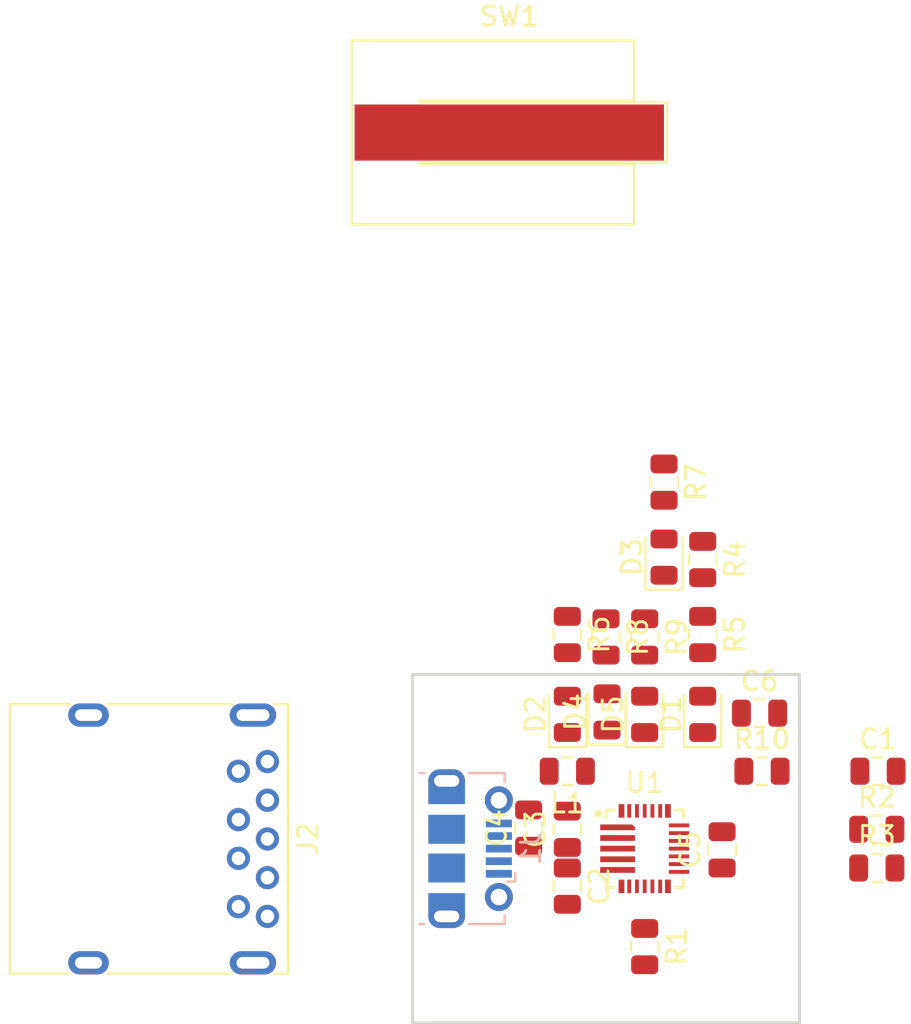
<source format=kicad_pcb>
(kicad_pcb (version 20171130) (host pcbnew "(5.0.1)-4")

  (general
    (thickness 1.6)
    (drawings 4)
    (tracks 0)
    (zones 0)
    (modules 26)
    (nets 31)
  )

  (page A4)
  (layers
    (0 F.Cu signal)
    (31 B.Cu signal)
    (32 B.Adhes user hide)
    (33 F.Adhes user hide)
    (34 B.Paste user hide)
    (35 F.Paste user hide)
    (36 B.SilkS user)
    (37 F.SilkS user)
    (38 B.Mask user hide)
    (39 F.Mask user hide)
    (40 Dwgs.User user hide)
    (41 Cmts.User user hide)
    (42 Eco1.User user hide)
    (43 Eco2.User user hide)
    (44 Edge.Cuts user)
    (45 Margin user hide)
    (46 B.CrtYd user hide)
    (47 F.CrtYd user hide)
    (48 B.Fab user hide)
    (49 F.Fab user hide)
  )

  (setup
    (last_trace_width 0.25)
    (trace_clearance 0.2)
    (zone_clearance 0.508)
    (zone_45_only no)
    (trace_min 0.2)
    (segment_width 0.2)
    (edge_width 0.15)
    (via_size 0.8)
    (via_drill 0.4)
    (via_min_size 0.4)
    (via_min_drill 0.3)
    (uvia_size 0.3)
    (uvia_drill 0.1)
    (uvias_allowed no)
    (uvia_min_size 0.2)
    (uvia_min_drill 0.1)
    (pcb_text_width 0.3)
    (pcb_text_size 1.5 1.5)
    (mod_edge_width 0.15)
    (mod_text_size 1 1)
    (mod_text_width 0.15)
    (pad_size 1.524 1.524)
    (pad_drill 0.762)
    (pad_to_mask_clearance 0.051)
    (solder_mask_min_width 0.25)
    (aux_axis_origin 0 0)
    (visible_elements FFFFFF7F)
    (pcbplotparams
      (layerselection 0x010fc_ffffffff)
      (usegerberextensions false)
      (usegerberattributes false)
      (usegerberadvancedattributes false)
      (creategerberjobfile false)
      (excludeedgelayer true)
      (linewidth 0.100000)
      (plotframeref false)
      (viasonmask false)
      (mode 1)
      (useauxorigin false)
      (hpglpennumber 1)
      (hpglpenspeed 20)
      (hpglpendiameter 15.000000)
      (psnegative false)
      (psa4output false)
      (plotreference true)
      (plotvalue true)
      (plotinvisibletext false)
      (padsonsilk false)
      (subtractmaskfromsilk false)
      (outputformat 1)
      (mirror false)
      (drillshape 1)
      (scaleselection 1)
      (outputdirectory ""))
  )

  (net 0 "")
  (net 1 VCC)
  (net 2 GNDA)
  (net 3 "Net-(C2-Pad1)")
  (net 4 "Net-(C3-Pad1)")
  (net 5 "Net-(C5-Pad1)")
  (net 6 /VBATT)
  (net 7 "Net-(D1-Pad2)")
  (net 8 "Net-(D1-Pad1)")
  (net 9 "Net-(D2-Pad1)")
  (net 10 "Net-(D2-Pad2)")
  (net 11 "Net-(D3-Pad1)")
  (net 12 "Net-(D3-Pad2)")
  (net 13 "Net-(D4-Pad2)")
  (net 14 "Net-(D4-Pad1)")
  (net 15 "Net-(D5-Pad1)")
  (net 16 "Net-(D5-Pad2)")
  (net 17 "Net-(J1-Pad2)")
  (net 18 "Net-(J1-Pad4)")
  (net 19 "Net-(J1-Pad3)")
  (net 20 "Net-(J2-Pad2)")
  (net 21 "Net-(J2-Pad3)")
  (net 22 "Net-(L1-Pad1)")
  (net 23 "Net-(L1-Pad2)")
  (net 24 "Net-(R1-Pad1)")
  (net 25 "Net-(R2-Pad1)")
  (net 26 "Net-(R3-Pad1)")
  (net 27 /VNTC)
  (net 28 /NTC+)
  (net 29 "Net-(SW1-Pad2)")
  (net 30 "Net-(U1-Pad20)")

  (net_class Default "This is the default net class."
    (clearance 0.2)
    (trace_width 0.25)
    (via_dia 0.8)
    (via_drill 0.4)
    (uvia_dia 0.3)
    (uvia_drill 0.1)
    (add_net /NTC+)
    (add_net /VBATT)
    (add_net /VNTC)
    (add_net GNDA)
    (add_net "Net-(C2-Pad1)")
    (add_net "Net-(C3-Pad1)")
    (add_net "Net-(C5-Pad1)")
    (add_net "Net-(D1-Pad1)")
    (add_net "Net-(D1-Pad2)")
    (add_net "Net-(D2-Pad1)")
    (add_net "Net-(D2-Pad2)")
    (add_net "Net-(D3-Pad1)")
    (add_net "Net-(D3-Pad2)")
    (add_net "Net-(D4-Pad1)")
    (add_net "Net-(D4-Pad2)")
    (add_net "Net-(D5-Pad1)")
    (add_net "Net-(D5-Pad2)")
    (add_net "Net-(J1-Pad2)")
    (add_net "Net-(J1-Pad3)")
    (add_net "Net-(J1-Pad4)")
    (add_net "Net-(J2-Pad2)")
    (add_net "Net-(J2-Pad3)")
    (add_net "Net-(L1-Pad1)")
    (add_net "Net-(L1-Pad2)")
    (add_net "Net-(R1-Pad1)")
    (add_net "Net-(R2-Pad1)")
    (add_net "Net-(R3-Pad1)")
    (add_net "Net-(SW1-Pad2)")
    (add_net "Net-(U1-Pad20)")
    (add_net VCC)
  )

  (module Capacitor_SMD:C_0805_2012Metric (layer F.Cu) (tedit 5B36C52B) (tstamp 5C19AF94)
    (at 44.0625 177)
    (descr "Capacitor SMD 0805 (2012 Metric), square (rectangular) end terminal, IPC_7351 nominal, (Body size source: https://docs.google.com/spreadsheets/d/1BsfQQcO9C6DZCsRaXUlFlo91Tg2WpOkGARC1WS5S8t0/edit?usp=sharing), generated with kicad-footprint-generator")
    (tags capacitor)
    (path /5C0996E5)
    (attr smd)
    (fp_text reference C1 (at 0 -1.65) (layer F.SilkS)
      (effects (font (size 1 1) (thickness 0.15)))
    )
    (fp_text value 100nF (at 0 1.65) (layer F.Fab)
      (effects (font (size 1 1) (thickness 0.15)))
    )
    (fp_line (start -1 0.6) (end -1 -0.6) (layer F.Fab) (width 0.1))
    (fp_line (start -1 -0.6) (end 1 -0.6) (layer F.Fab) (width 0.1))
    (fp_line (start 1 -0.6) (end 1 0.6) (layer F.Fab) (width 0.1))
    (fp_line (start 1 0.6) (end -1 0.6) (layer F.Fab) (width 0.1))
    (fp_line (start -0.258578 -0.71) (end 0.258578 -0.71) (layer F.SilkS) (width 0.12))
    (fp_line (start -0.258578 0.71) (end 0.258578 0.71) (layer F.SilkS) (width 0.12))
    (fp_line (start -1.68 0.95) (end -1.68 -0.95) (layer F.CrtYd) (width 0.05))
    (fp_line (start -1.68 -0.95) (end 1.68 -0.95) (layer F.CrtYd) (width 0.05))
    (fp_line (start 1.68 -0.95) (end 1.68 0.95) (layer F.CrtYd) (width 0.05))
    (fp_line (start 1.68 0.95) (end -1.68 0.95) (layer F.CrtYd) (width 0.05))
    (fp_text user %R (at 0 0) (layer F.Fab)
      (effects (font (size 0.5 0.5) (thickness 0.08)))
    )
    (pad 1 smd roundrect (at -0.9375 0) (size 0.975 1.4) (layers F.Cu F.Paste F.Mask) (roundrect_rratio 0.25)
      (net 1 VCC))
    (pad 2 smd roundrect (at 0.9375 0) (size 0.975 1.4) (layers F.Cu F.Paste F.Mask) (roundrect_rratio 0.25)
      (net 2 GNDA))
    (model ${KISYS3DMOD}/Capacitor_SMD.3dshapes/C_0805_2012Metric.wrl
      (at (xyz 0 0 0))
      (scale (xyz 1 1 1))
      (rotate (xyz 0 0 0))
    )
  )

  (module Capacitor_SMD:C_0805_2012Metric (layer F.Cu) (tedit 5B36C52B) (tstamp 5C19AFA5)
    (at 28 182.9375 270)
    (descr "Capacitor SMD 0805 (2012 Metric), square (rectangular) end terminal, IPC_7351 nominal, (Body size source: https://docs.google.com/spreadsheets/d/1BsfQQcO9C6DZCsRaXUlFlo91Tg2WpOkGARC1WS5S8t0/edit?usp=sharing), generated with kicad-footprint-generator")
    (tags capacitor)
    (path /5C099B9E)
    (attr smd)
    (fp_text reference C2 (at 0 -1.65 270) (layer F.SilkS)
      (effects (font (size 1 1) (thickness 0.15)))
    )
    (fp_text value 22uF (at 0 1.65 270) (layer F.Fab)
      (effects (font (size 1 1) (thickness 0.15)))
    )
    (fp_text user %R (at 0 0 270) (layer F.Fab)
      (effects (font (size 0.5 0.5) (thickness 0.08)))
    )
    (fp_line (start 1.68 0.95) (end -1.68 0.95) (layer F.CrtYd) (width 0.05))
    (fp_line (start 1.68 -0.95) (end 1.68 0.95) (layer F.CrtYd) (width 0.05))
    (fp_line (start -1.68 -0.95) (end 1.68 -0.95) (layer F.CrtYd) (width 0.05))
    (fp_line (start -1.68 0.95) (end -1.68 -0.95) (layer F.CrtYd) (width 0.05))
    (fp_line (start -0.258578 0.71) (end 0.258578 0.71) (layer F.SilkS) (width 0.12))
    (fp_line (start -0.258578 -0.71) (end 0.258578 -0.71) (layer F.SilkS) (width 0.12))
    (fp_line (start 1 0.6) (end -1 0.6) (layer F.Fab) (width 0.1))
    (fp_line (start 1 -0.6) (end 1 0.6) (layer F.Fab) (width 0.1))
    (fp_line (start -1 -0.6) (end 1 -0.6) (layer F.Fab) (width 0.1))
    (fp_line (start -1 0.6) (end -1 -0.6) (layer F.Fab) (width 0.1))
    (pad 2 smd roundrect (at 0.9375 0 270) (size 0.975 1.4) (layers F.Cu F.Paste F.Mask) (roundrect_rratio 0.25)
      (net 2 GNDA))
    (pad 1 smd roundrect (at -0.9375 0 270) (size 0.975 1.4) (layers F.Cu F.Paste F.Mask) (roundrect_rratio 0.25)
      (net 3 "Net-(C2-Pad1)"))
    (model ${KISYS3DMOD}/Capacitor_SMD.3dshapes/C_0805_2012Metric.wrl
      (at (xyz 0 0 0))
      (scale (xyz 1 1 1))
      (rotate (xyz 0 0 0))
    )
  )

  (module Capacitor_SMD:C_0805_2012Metric (layer F.Cu) (tedit 5B36C52B) (tstamp 5C19AFB6)
    (at 28 180 90)
    (descr "Capacitor SMD 0805 (2012 Metric), square (rectangular) end terminal, IPC_7351 nominal, (Body size source: https://docs.google.com/spreadsheets/d/1BsfQQcO9C6DZCsRaXUlFlo91Tg2WpOkGARC1WS5S8t0/edit?usp=sharing), generated with kicad-footprint-generator")
    (tags capacitor)
    (path /5C0A1DED)
    (attr smd)
    (fp_text reference C3 (at 0 -1.65 90) (layer F.SilkS)
      (effects (font (size 1 1) (thickness 0.15)))
    )
    (fp_text value 22uF (at 0 1.65 90) (layer F.Fab)
      (effects (font (size 1 1) (thickness 0.15)))
    )
    (fp_line (start -1 0.6) (end -1 -0.6) (layer F.Fab) (width 0.1))
    (fp_line (start -1 -0.6) (end 1 -0.6) (layer F.Fab) (width 0.1))
    (fp_line (start 1 -0.6) (end 1 0.6) (layer F.Fab) (width 0.1))
    (fp_line (start 1 0.6) (end -1 0.6) (layer F.Fab) (width 0.1))
    (fp_line (start -0.258578 -0.71) (end 0.258578 -0.71) (layer F.SilkS) (width 0.12))
    (fp_line (start -0.258578 0.71) (end 0.258578 0.71) (layer F.SilkS) (width 0.12))
    (fp_line (start -1.68 0.95) (end -1.68 -0.95) (layer F.CrtYd) (width 0.05))
    (fp_line (start -1.68 -0.95) (end 1.68 -0.95) (layer F.CrtYd) (width 0.05))
    (fp_line (start 1.68 -0.95) (end 1.68 0.95) (layer F.CrtYd) (width 0.05))
    (fp_line (start 1.68 0.95) (end -1.68 0.95) (layer F.CrtYd) (width 0.05))
    (fp_text user %R (at 0 0 90) (layer F.Fab)
      (effects (font (size 0.5 0.5) (thickness 0.08)))
    )
    (pad 1 smd roundrect (at -0.9375 0 90) (size 0.975 1.4) (layers F.Cu F.Paste F.Mask) (roundrect_rratio 0.25)
      (net 4 "Net-(C3-Pad1)"))
    (pad 2 smd roundrect (at 0.9375 0 90) (size 0.975 1.4) (layers F.Cu F.Paste F.Mask) (roundrect_rratio 0.25)
      (net 2 GNDA))
    (model ${KISYS3DMOD}/Capacitor_SMD.3dshapes/C_0805_2012Metric.wrl
      (at (xyz 0 0 0))
      (scale (xyz 1 1 1))
      (rotate (xyz 0 0 0))
    )
  )

  (module Capacitor_SMD:C_0805_2012Metric (layer F.Cu) (tedit 5B36C52B) (tstamp 5C19AFC7)
    (at 26 179.9375 90)
    (descr "Capacitor SMD 0805 (2012 Metric), square (rectangular) end terminal, IPC_7351 nominal, (Body size source: https://docs.google.com/spreadsheets/d/1BsfQQcO9C6DZCsRaXUlFlo91Tg2WpOkGARC1WS5S8t0/edit?usp=sharing), generated with kicad-footprint-generator")
    (tags capacitor)
    (path /5C0A1E73)
    (attr smd)
    (fp_text reference C4 (at 0 -1.65 90) (layer F.SilkS)
      (effects (font (size 1 1) (thickness 0.15)))
    )
    (fp_text value 22uF (at 0 1.65 90) (layer F.Fab)
      (effects (font (size 1 1) (thickness 0.15)))
    )
    (fp_line (start -1 0.6) (end -1 -0.6) (layer F.Fab) (width 0.1))
    (fp_line (start -1 -0.6) (end 1 -0.6) (layer F.Fab) (width 0.1))
    (fp_line (start 1 -0.6) (end 1 0.6) (layer F.Fab) (width 0.1))
    (fp_line (start 1 0.6) (end -1 0.6) (layer F.Fab) (width 0.1))
    (fp_line (start -0.258578 -0.71) (end 0.258578 -0.71) (layer F.SilkS) (width 0.12))
    (fp_line (start -0.258578 0.71) (end 0.258578 0.71) (layer F.SilkS) (width 0.12))
    (fp_line (start -1.68 0.95) (end -1.68 -0.95) (layer F.CrtYd) (width 0.05))
    (fp_line (start -1.68 -0.95) (end 1.68 -0.95) (layer F.CrtYd) (width 0.05))
    (fp_line (start 1.68 -0.95) (end 1.68 0.95) (layer F.CrtYd) (width 0.05))
    (fp_line (start 1.68 0.95) (end -1.68 0.95) (layer F.CrtYd) (width 0.05))
    (fp_text user %R (at 0 0 90) (layer F.Fab)
      (effects (font (size 0.5 0.5) (thickness 0.08)))
    )
    (pad 1 smd roundrect (at -0.9375 0 90) (size 0.975 1.4) (layers F.Cu F.Paste F.Mask) (roundrect_rratio 0.25)
      (net 4 "Net-(C3-Pad1)"))
    (pad 2 smd roundrect (at 0.9375 0 90) (size 0.975 1.4) (layers F.Cu F.Paste F.Mask) (roundrect_rratio 0.25)
      (net 2 GNDA))
    (model ${KISYS3DMOD}/Capacitor_SMD.3dshapes/C_0805_2012Metric.wrl
      (at (xyz 0 0 0))
      (scale (xyz 1 1 1))
      (rotate (xyz 0 0 0))
    )
  )

  (module Capacitor_SMD:C_0805_2012Metric (layer F.Cu) (tedit 5B36C52B) (tstamp 5C19AFD8)
    (at 36 181.0625 90)
    (descr "Capacitor SMD 0805 (2012 Metric), square (rectangular) end terminal, IPC_7351 nominal, (Body size source: https://docs.google.com/spreadsheets/d/1BsfQQcO9C6DZCsRaXUlFlo91Tg2WpOkGARC1WS5S8t0/edit?usp=sharing), generated with kicad-footprint-generator")
    (tags capacitor)
    (path /5C099687)
    (attr smd)
    (fp_text reference C5 (at 0 -1.65 90) (layer F.SilkS)
      (effects (font (size 1 1) (thickness 0.15)))
    )
    (fp_text value C (at 0 1.65 90) (layer F.Fab)
      (effects (font (size 1 1) (thickness 0.15)))
    )
    (fp_text user %R (at 0 0 90) (layer F.Fab)
      (effects (font (size 0.5 0.5) (thickness 0.08)))
    )
    (fp_line (start 1.68 0.95) (end -1.68 0.95) (layer F.CrtYd) (width 0.05))
    (fp_line (start 1.68 -0.95) (end 1.68 0.95) (layer F.CrtYd) (width 0.05))
    (fp_line (start -1.68 -0.95) (end 1.68 -0.95) (layer F.CrtYd) (width 0.05))
    (fp_line (start -1.68 0.95) (end -1.68 -0.95) (layer F.CrtYd) (width 0.05))
    (fp_line (start -0.258578 0.71) (end 0.258578 0.71) (layer F.SilkS) (width 0.12))
    (fp_line (start -0.258578 -0.71) (end 0.258578 -0.71) (layer F.SilkS) (width 0.12))
    (fp_line (start 1 0.6) (end -1 0.6) (layer F.Fab) (width 0.1))
    (fp_line (start 1 -0.6) (end 1 0.6) (layer F.Fab) (width 0.1))
    (fp_line (start -1 -0.6) (end 1 -0.6) (layer F.Fab) (width 0.1))
    (fp_line (start -1 0.6) (end -1 -0.6) (layer F.Fab) (width 0.1))
    (pad 2 smd roundrect (at 0.9375 0 90) (size 0.975 1.4) (layers F.Cu F.Paste F.Mask) (roundrect_rratio 0.25)
      (net 2 GNDA))
    (pad 1 smd roundrect (at -0.9375 0 90) (size 0.975 1.4) (layers F.Cu F.Paste F.Mask) (roundrect_rratio 0.25)
      (net 5 "Net-(C5-Pad1)"))
    (model ${KISYS3DMOD}/Capacitor_SMD.3dshapes/C_0805_2012Metric.wrl
      (at (xyz 0 0 0))
      (scale (xyz 1 1 1))
      (rotate (xyz 0 0 0))
    )
  )

  (module Capacitor_SMD:C_0805_2012Metric (layer F.Cu) (tedit 5B36C52B) (tstamp 5C19BECF)
    (at 37.9375 174)
    (descr "Capacitor SMD 0805 (2012 Metric), square (rectangular) end terminal, IPC_7351 nominal, (Body size source: https://docs.google.com/spreadsheets/d/1BsfQQcO9C6DZCsRaXUlFlo91Tg2WpOkGARC1WS5S8t0/edit?usp=sharing), generated with kicad-footprint-generator")
    (tags capacitor)
    (path /5C09E9CE)
    (attr smd)
    (fp_text reference C6 (at 0 -1.65) (layer F.SilkS)
      (effects (font (size 1 1) (thickness 0.15)))
    )
    (fp_text value C (at 0 1.65) (layer F.Fab)
      (effects (font (size 1 1) (thickness 0.15)))
    )
    (fp_text user %R (at 0 0) (layer F.Fab)
      (effects (font (size 0.5 0.5) (thickness 0.08)))
    )
    (fp_line (start 1.68 0.95) (end -1.68 0.95) (layer F.CrtYd) (width 0.05))
    (fp_line (start 1.68 -0.95) (end 1.68 0.95) (layer F.CrtYd) (width 0.05))
    (fp_line (start -1.68 -0.95) (end 1.68 -0.95) (layer F.CrtYd) (width 0.05))
    (fp_line (start -1.68 0.95) (end -1.68 -0.95) (layer F.CrtYd) (width 0.05))
    (fp_line (start -0.258578 0.71) (end 0.258578 0.71) (layer F.SilkS) (width 0.12))
    (fp_line (start -0.258578 -0.71) (end 0.258578 -0.71) (layer F.SilkS) (width 0.12))
    (fp_line (start 1 0.6) (end -1 0.6) (layer F.Fab) (width 0.1))
    (fp_line (start 1 -0.6) (end 1 0.6) (layer F.Fab) (width 0.1))
    (fp_line (start -1 -0.6) (end 1 -0.6) (layer F.Fab) (width 0.1))
    (fp_line (start -1 0.6) (end -1 -0.6) (layer F.Fab) (width 0.1))
    (pad 2 smd roundrect (at 0.9375 0) (size 0.975 1.4) (layers F.Cu F.Paste F.Mask) (roundrect_rratio 0.25)
      (net 2 GNDA))
    (pad 1 smd roundrect (at -0.9375 0) (size 0.975 1.4) (layers F.Cu F.Paste F.Mask) (roundrect_rratio 0.25)
      (net 6 /VBATT))
    (model ${KISYS3DMOD}/Capacitor_SMD.3dshapes/C_0805_2012Metric.wrl
      (at (xyz 0 0 0))
      (scale (xyz 1 1 1))
      (rotate (xyz 0 0 0))
    )
  )

  (module LED_SMD:LED_0805_2012Metric (layer F.Cu) (tedit 5B36C52C) (tstamp 5C19AFFC)
    (at 35 174.0625 90)
    (descr "LED SMD 0805 (2012 Metric), square (rectangular) end terminal, IPC_7351 nominal, (Body size source: https://docs.google.com/spreadsheets/d/1BsfQQcO9C6DZCsRaXUlFlo91Tg2WpOkGARC1WS5S8t0/edit?usp=sharing), generated with kicad-footprint-generator")
    (tags diode)
    (path /5C0BFDC2)
    (attr smd)
    (fp_text reference D1 (at 0 -1.65 90) (layer F.SilkS)
      (effects (font (size 1 1) (thickness 0.15)))
    )
    (fp_text value LED (at 0 1.65 90) (layer F.Fab)
      (effects (font (size 1 1) (thickness 0.15)))
    )
    (fp_text user %R (at 0 0 90) (layer F.Fab)
      (effects (font (size 0.5 0.5) (thickness 0.08)))
    )
    (fp_line (start 1.68 0.95) (end -1.68 0.95) (layer F.CrtYd) (width 0.05))
    (fp_line (start 1.68 -0.95) (end 1.68 0.95) (layer F.CrtYd) (width 0.05))
    (fp_line (start -1.68 -0.95) (end 1.68 -0.95) (layer F.CrtYd) (width 0.05))
    (fp_line (start -1.68 0.95) (end -1.68 -0.95) (layer F.CrtYd) (width 0.05))
    (fp_line (start -1.685 0.96) (end 1 0.96) (layer F.SilkS) (width 0.12))
    (fp_line (start -1.685 -0.96) (end -1.685 0.96) (layer F.SilkS) (width 0.12))
    (fp_line (start 1 -0.96) (end -1.685 -0.96) (layer F.SilkS) (width 0.12))
    (fp_line (start 1 0.6) (end 1 -0.6) (layer F.Fab) (width 0.1))
    (fp_line (start -1 0.6) (end 1 0.6) (layer F.Fab) (width 0.1))
    (fp_line (start -1 -0.3) (end -1 0.6) (layer F.Fab) (width 0.1))
    (fp_line (start -0.7 -0.6) (end -1 -0.3) (layer F.Fab) (width 0.1))
    (fp_line (start 1 -0.6) (end -0.7 -0.6) (layer F.Fab) (width 0.1))
    (pad 2 smd roundrect (at 0.9375 0 90) (size 0.975 1.4) (layers F.Cu F.Paste F.Mask) (roundrect_rratio 0.25)
      (net 7 "Net-(D1-Pad2)"))
    (pad 1 smd roundrect (at -0.9375 0 90) (size 0.975 1.4) (layers F.Cu F.Paste F.Mask) (roundrect_rratio 0.25)
      (net 8 "Net-(D1-Pad1)"))
    (model ${KISYS3DMOD}/LED_SMD.3dshapes/LED_0805_2012Metric.wrl
      (at (xyz 0 0 0))
      (scale (xyz 1 1 1))
      (rotate (xyz 0 0 0))
    )
  )

  (module LED_SMD:LED_0805_2012Metric (layer F.Cu) (tedit 5B36C52C) (tstamp 5C19B00F)
    (at 28 174.0625 90)
    (descr "LED SMD 0805 (2012 Metric), square (rectangular) end terminal, IPC_7351 nominal, (Body size source: https://docs.google.com/spreadsheets/d/1BsfQQcO9C6DZCsRaXUlFlo91Tg2WpOkGARC1WS5S8t0/edit?usp=sharing), generated with kicad-footprint-generator")
    (tags diode)
    (path /5C0A97BD)
    (attr smd)
    (fp_text reference D2 (at 0 -1.65 90) (layer F.SilkS)
      (effects (font (size 1 1) (thickness 0.15)))
    )
    (fp_text value LED (at 0 1.65 90) (layer F.Fab)
      (effects (font (size 1 1) (thickness 0.15)))
    )
    (fp_line (start 1 -0.6) (end -0.7 -0.6) (layer F.Fab) (width 0.1))
    (fp_line (start -0.7 -0.6) (end -1 -0.3) (layer F.Fab) (width 0.1))
    (fp_line (start -1 -0.3) (end -1 0.6) (layer F.Fab) (width 0.1))
    (fp_line (start -1 0.6) (end 1 0.6) (layer F.Fab) (width 0.1))
    (fp_line (start 1 0.6) (end 1 -0.6) (layer F.Fab) (width 0.1))
    (fp_line (start 1 -0.96) (end -1.685 -0.96) (layer F.SilkS) (width 0.12))
    (fp_line (start -1.685 -0.96) (end -1.685 0.96) (layer F.SilkS) (width 0.12))
    (fp_line (start -1.685 0.96) (end 1 0.96) (layer F.SilkS) (width 0.12))
    (fp_line (start -1.68 0.95) (end -1.68 -0.95) (layer F.CrtYd) (width 0.05))
    (fp_line (start -1.68 -0.95) (end 1.68 -0.95) (layer F.CrtYd) (width 0.05))
    (fp_line (start 1.68 -0.95) (end 1.68 0.95) (layer F.CrtYd) (width 0.05))
    (fp_line (start 1.68 0.95) (end -1.68 0.95) (layer F.CrtYd) (width 0.05))
    (fp_text user %R (at 0 0 90) (layer F.Fab)
      (effects (font (size 0.5 0.5) (thickness 0.08)))
    )
    (pad 1 smd roundrect (at -0.9375 0 90) (size 0.975 1.4) (layers F.Cu F.Paste F.Mask) (roundrect_rratio 0.25)
      (net 9 "Net-(D2-Pad1)"))
    (pad 2 smd roundrect (at 0.9375 0 90) (size 0.975 1.4) (layers F.Cu F.Paste F.Mask) (roundrect_rratio 0.25)
      (net 10 "Net-(D2-Pad2)"))
    (model ${KISYS3DMOD}/LED_SMD.3dshapes/LED_0805_2012Metric.wrl
      (at (xyz 0 0 0))
      (scale (xyz 1 1 1))
      (rotate (xyz 0 0 0))
    )
  )

  (module LED_SMD:LED_0805_2012Metric (layer F.Cu) (tedit 5B36C52C) (tstamp 5C19BF4D)
    (at 33 165.9375 90)
    (descr "LED SMD 0805 (2012 Metric), square (rectangular) end terminal, IPC_7351 nominal, (Body size source: https://docs.google.com/spreadsheets/d/1BsfQQcO9C6DZCsRaXUlFlo91Tg2WpOkGARC1WS5S8t0/edit?usp=sharing), generated with kicad-footprint-generator")
    (tags diode)
    (path /5C0A9785)
    (attr smd)
    (fp_text reference D3 (at 0 -1.65 90) (layer F.SilkS)
      (effects (font (size 1 1) (thickness 0.15)))
    )
    (fp_text value LED (at 0 1.65 90) (layer F.Fab)
      (effects (font (size 1 1) (thickness 0.15)))
    )
    (fp_line (start 1 -0.6) (end -0.7 -0.6) (layer F.Fab) (width 0.1))
    (fp_line (start -0.7 -0.6) (end -1 -0.3) (layer F.Fab) (width 0.1))
    (fp_line (start -1 -0.3) (end -1 0.6) (layer F.Fab) (width 0.1))
    (fp_line (start -1 0.6) (end 1 0.6) (layer F.Fab) (width 0.1))
    (fp_line (start 1 0.6) (end 1 -0.6) (layer F.Fab) (width 0.1))
    (fp_line (start 1 -0.96) (end -1.685 -0.96) (layer F.SilkS) (width 0.12))
    (fp_line (start -1.685 -0.96) (end -1.685 0.96) (layer F.SilkS) (width 0.12))
    (fp_line (start -1.685 0.96) (end 1 0.96) (layer F.SilkS) (width 0.12))
    (fp_line (start -1.68 0.95) (end -1.68 -0.95) (layer F.CrtYd) (width 0.05))
    (fp_line (start -1.68 -0.95) (end 1.68 -0.95) (layer F.CrtYd) (width 0.05))
    (fp_line (start 1.68 -0.95) (end 1.68 0.95) (layer F.CrtYd) (width 0.05))
    (fp_line (start 1.68 0.95) (end -1.68 0.95) (layer F.CrtYd) (width 0.05))
    (fp_text user %R (at 0 0 90) (layer F.Fab)
      (effects (font (size 0.5 0.5) (thickness 0.08)))
    )
    (pad 1 smd roundrect (at -0.9375 0 90) (size 0.975 1.4) (layers F.Cu F.Paste F.Mask) (roundrect_rratio 0.25)
      (net 11 "Net-(D3-Pad1)"))
    (pad 2 smd roundrect (at 0.9375 0 90) (size 0.975 1.4) (layers F.Cu F.Paste F.Mask) (roundrect_rratio 0.25)
      (net 12 "Net-(D3-Pad2)"))
    (model ${KISYS3DMOD}/LED_SMD.3dshapes/LED_0805_2012Metric.wrl
      (at (xyz 0 0 0))
      (scale (xyz 1 1 1))
      (rotate (xyz 0 0 0))
    )
  )

  (module LED_SMD:LED_0805_2012Metric (layer F.Cu) (tedit 5B36C52C) (tstamp 5C19BB46)
    (at 30.052501 173.9375 90)
    (descr "LED SMD 0805 (2012 Metric), square (rectangular) end terminal, IPC_7351 nominal, (Body size source: https://docs.google.com/spreadsheets/d/1BsfQQcO9C6DZCsRaXUlFlo91Tg2WpOkGARC1WS5S8t0/edit?usp=sharing), generated with kicad-footprint-generator")
    (tags diode)
    (path /5C0A9747)
    (attr smd)
    (fp_text reference D4 (at 0 -1.65 90) (layer F.SilkS)
      (effects (font (size 1 1) (thickness 0.15)))
    )
    (fp_text value LED (at 0 1.65 90) (layer F.Fab)
      (effects (font (size 1 1) (thickness 0.15)))
    )
    (fp_text user %R (at 0 0 90) (layer F.Fab)
      (effects (font (size 0.5 0.5) (thickness 0.08)))
    )
    (fp_line (start 1.68 0.95) (end -1.68 0.95) (layer F.CrtYd) (width 0.05))
    (fp_line (start 1.68 -0.95) (end 1.68 0.95) (layer F.CrtYd) (width 0.05))
    (fp_line (start -1.68 -0.95) (end 1.68 -0.95) (layer F.CrtYd) (width 0.05))
    (fp_line (start -1.68 0.95) (end -1.68 -0.95) (layer F.CrtYd) (width 0.05))
    (fp_line (start -1.685 0.96) (end 1 0.96) (layer F.SilkS) (width 0.12))
    (fp_line (start -1.685 -0.96) (end -1.685 0.96) (layer F.SilkS) (width 0.12))
    (fp_line (start 1 -0.96) (end -1.685 -0.96) (layer F.SilkS) (width 0.12))
    (fp_line (start 1 0.6) (end 1 -0.6) (layer F.Fab) (width 0.1))
    (fp_line (start -1 0.6) (end 1 0.6) (layer F.Fab) (width 0.1))
    (fp_line (start -1 -0.3) (end -1 0.6) (layer F.Fab) (width 0.1))
    (fp_line (start -0.7 -0.6) (end -1 -0.3) (layer F.Fab) (width 0.1))
    (fp_line (start 1 -0.6) (end -0.7 -0.6) (layer F.Fab) (width 0.1))
    (pad 2 smd roundrect (at 0.9375 0 90) (size 0.975 1.4) (layers F.Cu F.Paste F.Mask) (roundrect_rratio 0.25)
      (net 13 "Net-(D4-Pad2)"))
    (pad 1 smd roundrect (at -0.9375 0 90) (size 0.975 1.4) (layers F.Cu F.Paste F.Mask) (roundrect_rratio 0.25)
      (net 14 "Net-(D4-Pad1)"))
    (model ${KISYS3DMOD}/LED_SMD.3dshapes/LED_0805_2012Metric.wrl
      (at (xyz 0 0 0))
      (scale (xyz 1 1 1))
      (rotate (xyz 0 0 0))
    )
  )

  (module LED_SMD:LED_0805_2012Metric (layer F.Cu) (tedit 5B36C52C) (tstamp 5C19B048)
    (at 32 174.0625 90)
    (descr "LED SMD 0805 (2012 Metric), square (rectangular) end terminal, IPC_7351 nominal, (Body size source: https://docs.google.com/spreadsheets/d/1BsfQQcO9C6DZCsRaXUlFlo91Tg2WpOkGARC1WS5S8t0/edit?usp=sharing), generated with kicad-footprint-generator")
    (tags diode)
    (path /5C0A85E7)
    (attr smd)
    (fp_text reference D5 (at 0 -1.65 90) (layer F.SilkS)
      (effects (font (size 1 1) (thickness 0.15)))
    )
    (fp_text value LED (at 0 1.65 90) (layer F.Fab)
      (effects (font (size 1 1) (thickness 0.15)))
    )
    (fp_line (start 1 -0.6) (end -0.7 -0.6) (layer F.Fab) (width 0.1))
    (fp_line (start -0.7 -0.6) (end -1 -0.3) (layer F.Fab) (width 0.1))
    (fp_line (start -1 -0.3) (end -1 0.6) (layer F.Fab) (width 0.1))
    (fp_line (start -1 0.6) (end 1 0.6) (layer F.Fab) (width 0.1))
    (fp_line (start 1 0.6) (end 1 -0.6) (layer F.Fab) (width 0.1))
    (fp_line (start 1 -0.96) (end -1.685 -0.96) (layer F.SilkS) (width 0.12))
    (fp_line (start -1.685 -0.96) (end -1.685 0.96) (layer F.SilkS) (width 0.12))
    (fp_line (start -1.685 0.96) (end 1 0.96) (layer F.SilkS) (width 0.12))
    (fp_line (start -1.68 0.95) (end -1.68 -0.95) (layer F.CrtYd) (width 0.05))
    (fp_line (start -1.68 -0.95) (end 1.68 -0.95) (layer F.CrtYd) (width 0.05))
    (fp_line (start 1.68 -0.95) (end 1.68 0.95) (layer F.CrtYd) (width 0.05))
    (fp_line (start 1.68 0.95) (end -1.68 0.95) (layer F.CrtYd) (width 0.05))
    (fp_text user %R (at 0 0 90) (layer F.Fab)
      (effects (font (size 0.5 0.5) (thickness 0.08)))
    )
    (pad 1 smd roundrect (at -0.9375 0 90) (size 0.975 1.4) (layers F.Cu F.Paste F.Mask) (roundrect_rratio 0.25)
      (net 15 "Net-(D5-Pad1)"))
    (pad 2 smd roundrect (at 0.9375 0 90) (size 0.975 1.4) (layers F.Cu F.Paste F.Mask) (roundrect_rratio 0.25)
      (net 16 "Net-(D5-Pad2)"))
    (model ${KISYS3DMOD}/LED_SMD.3dshapes/LED_0805_2012Metric.wrl
      (at (xyz 0 0 0))
      (scale (xyz 1 1 1))
      (rotate (xyz 0 0 0))
    )
  )

  (module Connector_USB:USB_Micro-B_Molex-105017-0001 (layer B.Cu) (tedit 5A1DC0BE) (tstamp 5C19B071)
    (at 23 181 90)
    (descr http://www.molex.com/pdm_docs/sd/1050170001_sd.pdf)
    (tags "Micro-USB SMD Typ-B")
    (path /5C099B64)
    (attr smd)
    (fp_text reference J1 (at 0 3.1125 90) (layer B.SilkS)
      (effects (font (size 1 1) (thickness 0.15)) (justify mirror))
    )
    (fp_text value USB_B_Micro (at 0.3 -4.3375 90) (layer B.Fab)
      (effects (font (size 1 1) (thickness 0.15)) (justify mirror))
    )
    (fp_text user "PCB Edge" (at 0 -2.6875 90) (layer Dwgs.User)
      (effects (font (size 0.5 0.5) (thickness 0.08)))
    )
    (fp_text user %R (at 0 -0.8875 90) (layer B.Fab)
      (effects (font (size 1 1) (thickness 0.15)) (justify mirror))
    )
    (fp_line (start -4.4 -3.64) (end 4.4 -3.64) (layer B.CrtYd) (width 0.05))
    (fp_line (start 4.4 2.46) (end 4.4 -3.64) (layer B.CrtYd) (width 0.05))
    (fp_line (start -4.4 2.46) (end 4.4 2.46) (layer B.CrtYd) (width 0.05))
    (fp_line (start -4.4 -3.64) (end -4.4 2.46) (layer B.CrtYd) (width 0.05))
    (fp_line (start -3.9 1.7625) (end -3.45 1.7625) (layer B.SilkS) (width 0.12))
    (fp_line (start -3.9 -0.0875) (end -3.9 1.7625) (layer B.SilkS) (width 0.12))
    (fp_line (start 3.9 -2.6375) (end 3.9 -2.3875) (layer B.SilkS) (width 0.12))
    (fp_line (start 3.75 -3.3875) (end 3.75 1.6125) (layer B.Fab) (width 0.1))
    (fp_line (start -3 -2.689204) (end 3 -2.689204) (layer B.Fab) (width 0.1))
    (fp_line (start -3.75 -3.389204) (end 3.75 -3.389204) (layer B.Fab) (width 0.1))
    (fp_line (start -3.75 1.6125) (end 3.75 1.6125) (layer B.Fab) (width 0.1))
    (fp_line (start -3.75 -3.3875) (end -3.75 1.6125) (layer B.Fab) (width 0.1))
    (fp_line (start -3.9 -2.6375) (end -3.9 -2.3875) (layer B.SilkS) (width 0.12))
    (fp_line (start 3.9 -0.0875) (end 3.9 1.7625) (layer B.SilkS) (width 0.12))
    (fp_line (start 3.9 1.7625) (end 3.45 1.7625) (layer B.SilkS) (width 0.12))
    (fp_line (start -1.7 2.3125) (end -1.25 2.3125) (layer B.SilkS) (width 0.12))
    (fp_line (start -1.7 2.3125) (end -1.7 1.8625) (layer B.SilkS) (width 0.12))
    (fp_line (start -1.3 1.7125) (end -1.5 1.9125) (layer B.Fab) (width 0.1))
    (fp_line (start -1.1 1.9125) (end -1.3 1.7125) (layer B.Fab) (width 0.1))
    (fp_line (start -1.5 2.1225) (end -1.1 2.1225) (layer B.Fab) (width 0.1))
    (fp_line (start -1.5 2.1225) (end -1.5 1.9125) (layer B.Fab) (width 0.1))
    (fp_line (start -1.1 2.1225) (end -1.1 1.9125) (layer B.Fab) (width 0.1))
    (pad 6 smd rect (at 1 -1.2375 90) (size 1.5 1.9) (layers B.Cu B.Paste B.Mask)
      (net 2 GNDA))
    (pad 6 thru_hole circle (at -2.5 1.4625 90) (size 1.45 1.45) (drill 0.85) (layers *.Cu *.Mask)
      (net 2 GNDA))
    (pad 2 smd rect (at -0.65 1.4625 90) (size 0.4 1.35) (layers B.Cu B.Paste B.Mask)
      (net 17 "Net-(J1-Pad2)"))
    (pad 1 smd rect (at -1.3 1.4625 90) (size 0.4 1.35) (layers B.Cu B.Paste B.Mask)
      (net 3 "Net-(C2-Pad1)"))
    (pad 5 smd rect (at 1.3 1.4625 90) (size 0.4 1.35) (layers B.Cu B.Paste B.Mask)
      (net 2 GNDA))
    (pad 4 smd rect (at 0.65 1.4625 90) (size 0.4 1.35) (layers B.Cu B.Paste B.Mask)
      (net 18 "Net-(J1-Pad4)"))
    (pad 3 smd rect (at 0 1.4625 90) (size 0.4 1.35) (layers B.Cu B.Paste B.Mask)
      (net 19 "Net-(J1-Pad3)"))
    (pad 6 thru_hole circle (at 2.5 1.4625 90) (size 1.45 1.45) (drill 0.85) (layers *.Cu *.Mask)
      (net 2 GNDA))
    (pad 6 smd rect (at -1 -1.2375 90) (size 1.5 1.9) (layers B.Cu B.Paste B.Mask)
      (net 2 GNDA))
    (pad 6 thru_hole oval (at -3.5 -1.2375 270) (size 1.2 1.9) (drill oval 0.6 1.3) (layers *.Cu *.Mask)
      (net 2 GNDA))
    (pad 6 thru_hole oval (at 3.5 -1.2375 90) (size 1.2 1.9) (drill oval 0.6 1.3) (layers *.Cu *.Mask)
      (net 2 GNDA))
    (pad 6 smd rect (at 2.9 -1.2375 90) (size 1.2 1.9) (layers B.Cu B.Mask)
      (net 2 GNDA))
    (pad 6 smd rect (at -2.9 -1.2375 90) (size 1.2 1.9) (layers B.Cu B.Mask)
      (net 2 GNDA))
    (model ${KISYS3DMOD}/Connector_USB.3dshapes/USB_Micro-B_Molex-105017-0001.wrl
      (at (xyz 0 0 0))
      (scale (xyz 1 1 1))
      (rotate (xyz 0 0 0))
    )
  )

  (module Connector_USB:USB3_A_Molex_48393-001 (layer F.Cu) (tedit 5A142044) (tstamp 5C19B093)
    (at 11 177 270)
    (descr "USB 3.0, type A, right angle (http://www.molex.com/pdm_docs/sd/483930003_sd.pdf)")
    (tags "USB 3.0 type A right angle")
    (path /5C09F815)
    (fp_text reference J2 (at 3.5 -3.6 270) (layer F.SilkS)
      (effects (font (size 1 1) (thickness 0.15)))
    )
    (fp_text value USB_A (at 3.5 13 270) (layer F.Fab)
      (effects (font (size 1 1) (thickness 0.15)))
    )
    (fp_line (start -3.46 -2.56) (end -3.46 -1.85) (layer F.SilkS) (width 0.12))
    (fp_line (start 10.46 -2.56) (end 10.46 -1.85) (layer F.SilkS) (width 0.12))
    (fp_line (start -3.4 11.75) (end -3.4 -2.5) (layer F.Fab) (width 0.1))
    (fp_line (start 10.4 -2.5) (end 10.4 11.75) (layer F.Fab) (width 0.1))
    (fp_text user %R (at 3.5 5 270) (layer F.Fab)
      (effects (font (size 1 1) (thickness 0.15)))
    )
    (fp_line (start -4 12.3) (end -4 -3) (layer F.CrtYd) (width 0.05))
    (fp_line (start 11 12.3) (end -4 12.3) (layer F.CrtYd) (width 0.05))
    (fp_line (start 11 -3) (end 11 12.3) (layer F.CrtYd) (width 0.05))
    (fp_line (start -4 -3) (end 11 -3) (layer F.CrtYd) (width 0.05))
    (fp_line (start -3.46 -2.56) (end 10.46 -2.56) (layer F.SilkS) (width 0.12))
    (fp_line (start 10.46 6.8) (end 10.46 0.35) (layer F.SilkS) (width 0.12))
    (fp_line (start -3.46 6.8) (end -3.46 0.35) (layer F.SilkS) (width 0.12))
    (fp_line (start -3.46 11.81) (end -3.46 8.7) (layer F.SilkS) (width 0.12))
    (fp_line (start 10.46 11.81) (end 10.46 8.7) (layer F.SilkS) (width 0.12))
    (fp_line (start -3.46 11.81) (end 10.46 11.81) (layer F.SilkS) (width 0.12))
    (fp_line (start 10.4 11.75) (end -3.4 11.75) (layer F.Fab) (width 0.1))
    (fp_line (start -3.4 -2.5) (end 10.4 -2.5) (layer F.Fab) (width 0.1))
    (pad 1 thru_hole circle (at 0 0 270) (size 1.2 1.2) (drill 0.7) (layers *.Cu *.Mask)
      (net 4 "Net-(C3-Pad1)"))
    (pad 2 thru_hole circle (at 2.5 0 270) (size 1.2 1.2) (drill 0.7) (layers *.Cu *.Mask)
      (net 20 "Net-(J2-Pad2)"))
    (pad 3 thru_hole circle (at 4.5 0 270) (size 1.2 1.2) (drill 0.7) (layers *.Cu *.Mask)
      (net 21 "Net-(J2-Pad3)"))
    (pad 4 thru_hole circle (at 7 0 270) (size 1.2 1.2) (drill 0.7) (layers *.Cu *.Mask)
      (net 2 GNDA))
    (pad 5 thru_hole circle (at 7.5 -1.5 270) (size 1.2 1.2) (drill 0.7) (layers *.Cu *.Mask)
      (net 2 GNDA))
    (pad 6 thru_hole circle (at 5.5 -1.5 270) (size 1.2 1.2) (drill 0.7) (layers *.Cu *.Mask))
    (pad 7 thru_hole circle (at 3.5 -1.5 270) (size 1.2 1.2) (drill 0.7) (layers *.Cu *.Mask))
    (pad 8 thru_hole circle (at 1.5 -1.5 270) (size 1.2 1.2) (drill 0.7) (layers *.Cu *.Mask))
    (pad 9 thru_hole circle (at -0.5 -1.5 270) (size 1.2 1.2) (drill 0.7) (layers *.Cu *.Mask))
    (pad 10 thru_hole oval (at 9.9 -0.75 270) (size 1.2 2.4) (drill oval 0.6 1.7) (layers *.Cu *.Mask))
    (pad 10 thru_hole oval (at -2.9 -0.75 270) (size 1.2 2.4) (drill oval 0.6 1.7) (layers *.Cu *.Mask))
    (pad 10 thru_hole oval (at 9.9 7.75 270) (size 1.2 2.1) (drill oval 0.6 1.4) (layers *.Cu *.Mask))
    (pad 10 thru_hole oval (at -2.9 7.75 270) (size 1.2 2.1) (drill oval 0.6 1.4) (layers *.Cu *.Mask))
    (model ${KISYS3DMOD}/Connector_USB.3dshapes/USB3_A_Molex_48393-001.wrl
      (at (xyz 0 0 0))
      (scale (xyz 1 1 1))
      (rotate (xyz 0 0 0))
    )
  )

  (module Inductor_SMD:L_0805_2012Metric (layer F.Cu) (tedit 5B36C52B) (tstamp 5C19B0A4)
    (at 28 177 180)
    (descr "Inductor SMD 0805 (2012 Metric), square (rectangular) end terminal, IPC_7351 nominal, (Body size source: https://docs.google.com/spreadsheets/d/1BsfQQcO9C6DZCsRaXUlFlo91Tg2WpOkGARC1WS5S8t0/edit?usp=sharing), generated with kicad-footprint-generator")
    (tags inductor)
    (path /5C09D1E3)
    (attr smd)
    (fp_text reference L1 (at 0 -1.65 180) (layer F.SilkS)
      (effects (font (size 1 1) (thickness 0.15)))
    )
    (fp_text value 2.2uH (at 0 1.65 180) (layer F.Fab)
      (effects (font (size 1 1) (thickness 0.15)))
    )
    (fp_line (start -1 0.6) (end -1 -0.6) (layer F.Fab) (width 0.1))
    (fp_line (start -1 -0.6) (end 1 -0.6) (layer F.Fab) (width 0.1))
    (fp_line (start 1 -0.6) (end 1 0.6) (layer F.Fab) (width 0.1))
    (fp_line (start 1 0.6) (end -1 0.6) (layer F.Fab) (width 0.1))
    (fp_line (start -0.258578 -0.71) (end 0.258578 -0.71) (layer F.SilkS) (width 0.12))
    (fp_line (start -0.258578 0.71) (end 0.258578 0.71) (layer F.SilkS) (width 0.12))
    (fp_line (start -1.68 0.95) (end -1.68 -0.95) (layer F.CrtYd) (width 0.05))
    (fp_line (start -1.68 -0.95) (end 1.68 -0.95) (layer F.CrtYd) (width 0.05))
    (fp_line (start 1.68 -0.95) (end 1.68 0.95) (layer F.CrtYd) (width 0.05))
    (fp_line (start 1.68 0.95) (end -1.68 0.95) (layer F.CrtYd) (width 0.05))
    (fp_text user %R (at 0 0 180) (layer F.Fab)
      (effects (font (size 0.5 0.5) (thickness 0.08)))
    )
    (pad 1 smd roundrect (at -0.9375 0 180) (size 0.975 1.4) (layers F.Cu F.Paste F.Mask) (roundrect_rratio 0.25)
      (net 22 "Net-(L1-Pad1)"))
    (pad 2 smd roundrect (at 0.9375 0 180) (size 0.975 1.4) (layers F.Cu F.Paste F.Mask) (roundrect_rratio 0.25)
      (net 23 "Net-(L1-Pad2)"))
    (model ${KISYS3DMOD}/Inductor_SMD.3dshapes/L_0805_2012Metric.wrl
      (at (xyz 0 0 0))
      (scale (xyz 1 1 1))
      (rotate (xyz 0 0 0))
    )
  )

  (module Resistor_SMD:R_0805_2012Metric (layer F.Cu) (tedit 5B36C52B) (tstamp 5C19B0B5)
    (at 32 186.0625 270)
    (descr "Resistor SMD 0805 (2012 Metric), square (rectangular) end terminal, IPC_7351 nominal, (Body size source: https://docs.google.com/spreadsheets/d/1BsfQQcO9C6DZCsRaXUlFlo91Tg2WpOkGARC1WS5S8t0/edit?usp=sharing), generated with kicad-footprint-generator")
    (tags resistor)
    (path /5C09929F)
    (attr smd)
    (fp_text reference R1 (at 0 -1.65 270) (layer F.SilkS)
      (effects (font (size 1 1) (thickness 0.15)))
    )
    (fp_text value 13.3k (at 0 1.65 270) (layer F.Fab)
      (effects (font (size 1 1) (thickness 0.15)))
    )
    (fp_text user %R (at 0 0 270) (layer F.Fab)
      (effects (font (size 0.5 0.5) (thickness 0.08)))
    )
    (fp_line (start 1.68 0.95) (end -1.68 0.95) (layer F.CrtYd) (width 0.05))
    (fp_line (start 1.68 -0.95) (end 1.68 0.95) (layer F.CrtYd) (width 0.05))
    (fp_line (start -1.68 -0.95) (end 1.68 -0.95) (layer F.CrtYd) (width 0.05))
    (fp_line (start -1.68 0.95) (end -1.68 -0.95) (layer F.CrtYd) (width 0.05))
    (fp_line (start -0.258578 0.71) (end 0.258578 0.71) (layer F.SilkS) (width 0.12))
    (fp_line (start -0.258578 -0.71) (end 0.258578 -0.71) (layer F.SilkS) (width 0.12))
    (fp_line (start 1 0.6) (end -1 0.6) (layer F.Fab) (width 0.1))
    (fp_line (start 1 -0.6) (end 1 0.6) (layer F.Fab) (width 0.1))
    (fp_line (start -1 -0.6) (end 1 -0.6) (layer F.Fab) (width 0.1))
    (fp_line (start -1 0.6) (end -1 -0.6) (layer F.Fab) (width 0.1))
    (pad 2 smd roundrect (at 0.9375 0 270) (size 0.975 1.4) (layers F.Cu F.Paste F.Mask) (roundrect_rratio 0.25)
      (net 2 GNDA))
    (pad 1 smd roundrect (at -0.9375 0 270) (size 0.975 1.4) (layers F.Cu F.Paste F.Mask) (roundrect_rratio 0.25)
      (net 24 "Net-(R1-Pad1)"))
    (model ${KISYS3DMOD}/Resistor_SMD.3dshapes/R_0805_2012Metric.wrl
      (at (xyz 0 0 0))
      (scale (xyz 1 1 1))
      (rotate (xyz 0 0 0))
    )
  )

  (module Resistor_SMD:R_0805_2012Metric (layer F.Cu) (tedit 5B36C52B) (tstamp 5C19BE17)
    (at 44 180)
    (descr "Resistor SMD 0805 (2012 Metric), square (rectangular) end terminal, IPC_7351 nominal, (Body size source: https://docs.google.com/spreadsheets/d/1BsfQQcO9C6DZCsRaXUlFlo91Tg2WpOkGARC1WS5S8t0/edit?usp=sharing), generated with kicad-footprint-generator")
    (tags resistor)
    (path /5C09927F)
    (attr smd)
    (fp_text reference R2 (at 0 -1.65) (layer F.SilkS)
      (effects (font (size 1 1) (thickness 0.15)))
    )
    (fp_text value 49.9k (at 0 1.65) (layer F.Fab)
      (effects (font (size 1 1) (thickness 0.15)))
    )
    (fp_line (start -1 0.6) (end -1 -0.6) (layer F.Fab) (width 0.1))
    (fp_line (start -1 -0.6) (end 1 -0.6) (layer F.Fab) (width 0.1))
    (fp_line (start 1 -0.6) (end 1 0.6) (layer F.Fab) (width 0.1))
    (fp_line (start 1 0.6) (end -1 0.6) (layer F.Fab) (width 0.1))
    (fp_line (start -0.258578 -0.71) (end 0.258578 -0.71) (layer F.SilkS) (width 0.12))
    (fp_line (start -0.258578 0.71) (end 0.258578 0.71) (layer F.SilkS) (width 0.12))
    (fp_line (start -1.68 0.95) (end -1.68 -0.95) (layer F.CrtYd) (width 0.05))
    (fp_line (start -1.68 -0.95) (end 1.68 -0.95) (layer F.CrtYd) (width 0.05))
    (fp_line (start 1.68 -0.95) (end 1.68 0.95) (layer F.CrtYd) (width 0.05))
    (fp_line (start 1.68 0.95) (end -1.68 0.95) (layer F.CrtYd) (width 0.05))
    (fp_text user %R (at 0 0) (layer F.Fab)
      (effects (font (size 0.5 0.5) (thickness 0.08)))
    )
    (pad 1 smd roundrect (at -0.9375 0) (size 0.975 1.4) (layers F.Cu F.Paste F.Mask) (roundrect_rratio 0.25)
      (net 25 "Net-(R2-Pad1)"))
    (pad 2 smd roundrect (at 0.9375 0) (size 0.975 1.4) (layers F.Cu F.Paste F.Mask) (roundrect_rratio 0.25)
      (net 2 GNDA))
    (model ${KISYS3DMOD}/Resistor_SMD.3dshapes/R_0805_2012Metric.wrl
      (at (xyz 0 0 0))
      (scale (xyz 1 1 1))
      (rotate (xyz 0 0 0))
    )
  )

  (module Resistor_SMD:R_0805_2012Metric (layer F.Cu) (tedit 5B36C52B) (tstamp 5C19BDB4)
    (at 44 182)
    (descr "Resistor SMD 0805 (2012 Metric), square (rectangular) end terminal, IPC_7351 nominal, (Body size source: https://docs.google.com/spreadsheets/d/1BsfQQcO9C6DZCsRaXUlFlo91Tg2WpOkGARC1WS5S8t0/edit?usp=sharing), generated with kicad-footprint-generator")
    (tags resistor)
    (path /5C0991ED)
    (attr smd)
    (fp_text reference R3 (at 0 -1.65) (layer F.SilkS)
      (effects (font (size 1 1) (thickness 0.15)))
    )
    (fp_text value 49.9k (at 0 1.65) (layer F.Fab)
      (effects (font (size 1 1) (thickness 0.15)))
    )
    (fp_line (start -1 0.6) (end -1 -0.6) (layer F.Fab) (width 0.1))
    (fp_line (start -1 -0.6) (end 1 -0.6) (layer F.Fab) (width 0.1))
    (fp_line (start 1 -0.6) (end 1 0.6) (layer F.Fab) (width 0.1))
    (fp_line (start 1 0.6) (end -1 0.6) (layer F.Fab) (width 0.1))
    (fp_line (start -0.258578 -0.71) (end 0.258578 -0.71) (layer F.SilkS) (width 0.12))
    (fp_line (start -0.258578 0.71) (end 0.258578 0.71) (layer F.SilkS) (width 0.12))
    (fp_line (start -1.68 0.95) (end -1.68 -0.95) (layer F.CrtYd) (width 0.05))
    (fp_line (start -1.68 -0.95) (end 1.68 -0.95) (layer F.CrtYd) (width 0.05))
    (fp_line (start 1.68 -0.95) (end 1.68 0.95) (layer F.CrtYd) (width 0.05))
    (fp_line (start 1.68 0.95) (end -1.68 0.95) (layer F.CrtYd) (width 0.05))
    (fp_text user %R (at 0 0) (layer F.Fab)
      (effects (font (size 0.5 0.5) (thickness 0.08)))
    )
    (pad 1 smd roundrect (at -0.9375 0) (size 0.975 1.4) (layers F.Cu F.Paste F.Mask) (roundrect_rratio 0.25)
      (net 26 "Net-(R3-Pad1)"))
    (pad 2 smd roundrect (at 0.9375 0) (size 0.975 1.4) (layers F.Cu F.Paste F.Mask) (roundrect_rratio 0.25)
      (net 2 GNDA))
    (model ${KISYS3DMOD}/Resistor_SMD.3dshapes/R_0805_2012Metric.wrl
      (at (xyz 0 0 0))
      (scale (xyz 1 1 1))
      (rotate (xyz 0 0 0))
    )
  )

  (module Resistor_SMD:R_0805_2012Metric (layer F.Cu) (tedit 5B36C52B) (tstamp 5C19B0E8)
    (at 35 166.0625 270)
    (descr "Resistor SMD 0805 (2012 Metric), square (rectangular) end terminal, IPC_7351 nominal, (Body size source: https://docs.google.com/spreadsheets/d/1BsfQQcO9C6DZCsRaXUlFlo91Tg2WpOkGARC1WS5S8t0/edit?usp=sharing), generated with kicad-footprint-generator")
    (tags resistor)
    (path /5C09DD7C)
    (attr smd)
    (fp_text reference R4 (at 0 -1.65 270) (layer F.SilkS)
      (effects (font (size 1 1) (thickness 0.15)))
    )
    (fp_text value 10m (at 0 1.65 270) (layer F.Fab)
      (effects (font (size 1 1) (thickness 0.15)))
    )
    (fp_text user %R (at 0 0 270) (layer F.Fab)
      (effects (font (size 0.5 0.5) (thickness 0.08)))
    )
    (fp_line (start 1.68 0.95) (end -1.68 0.95) (layer F.CrtYd) (width 0.05))
    (fp_line (start 1.68 -0.95) (end 1.68 0.95) (layer F.CrtYd) (width 0.05))
    (fp_line (start -1.68 -0.95) (end 1.68 -0.95) (layer F.CrtYd) (width 0.05))
    (fp_line (start -1.68 0.95) (end -1.68 -0.95) (layer F.CrtYd) (width 0.05))
    (fp_line (start -0.258578 0.71) (end 0.258578 0.71) (layer F.SilkS) (width 0.12))
    (fp_line (start -0.258578 -0.71) (end 0.258578 -0.71) (layer F.SilkS) (width 0.12))
    (fp_line (start 1 0.6) (end -1 0.6) (layer F.Fab) (width 0.1))
    (fp_line (start 1 -0.6) (end 1 0.6) (layer F.Fab) (width 0.1))
    (fp_line (start -1 -0.6) (end 1 -0.6) (layer F.Fab) (width 0.1))
    (fp_line (start -1 0.6) (end -1 -0.6) (layer F.Fab) (width 0.1))
    (pad 2 smd roundrect (at 0.9375 0 270) (size 0.975 1.4) (layers F.Cu F.Paste F.Mask) (roundrect_rratio 0.25)
      (net 23 "Net-(L1-Pad2)"))
    (pad 1 smd roundrect (at -0.9375 0 270) (size 0.975 1.4) (layers F.Cu F.Paste F.Mask) (roundrect_rratio 0.25)
      (net 6 /VBATT))
    (model ${KISYS3DMOD}/Resistor_SMD.3dshapes/R_0805_2012Metric.wrl
      (at (xyz 0 0 0))
      (scale (xyz 1 1 1))
      (rotate (xyz 0 0 0))
    )
  )

  (module Resistor_SMD:R_0805_2012Metric (layer F.Cu) (tedit 5B36C52B) (tstamp 5C19B0F9)
    (at 35 169.9375 270)
    (descr "Resistor SMD 0805 (2012 Metric), square (rectangular) end terminal, IPC_7351 nominal, (Body size source: https://docs.google.com/spreadsheets/d/1BsfQQcO9C6DZCsRaXUlFlo91Tg2WpOkGARC1WS5S8t0/edit?usp=sharing), generated with kicad-footprint-generator")
    (tags resistor)
    (path /5C0C18B2)
    (attr smd)
    (fp_text reference R5 (at 0 -1.65 270) (layer F.SilkS)
      (effects (font (size 1 1) (thickness 0.15)))
    )
    (fp_text value R (at 0 1.65 270) (layer F.Fab)
      (effects (font (size 1 1) (thickness 0.15)))
    )
    (fp_line (start -1 0.6) (end -1 -0.6) (layer F.Fab) (width 0.1))
    (fp_line (start -1 -0.6) (end 1 -0.6) (layer F.Fab) (width 0.1))
    (fp_line (start 1 -0.6) (end 1 0.6) (layer F.Fab) (width 0.1))
    (fp_line (start 1 0.6) (end -1 0.6) (layer F.Fab) (width 0.1))
    (fp_line (start -0.258578 -0.71) (end 0.258578 -0.71) (layer F.SilkS) (width 0.12))
    (fp_line (start -0.258578 0.71) (end 0.258578 0.71) (layer F.SilkS) (width 0.12))
    (fp_line (start -1.68 0.95) (end -1.68 -0.95) (layer F.CrtYd) (width 0.05))
    (fp_line (start -1.68 -0.95) (end 1.68 -0.95) (layer F.CrtYd) (width 0.05))
    (fp_line (start 1.68 -0.95) (end 1.68 0.95) (layer F.CrtYd) (width 0.05))
    (fp_line (start 1.68 0.95) (end -1.68 0.95) (layer F.CrtYd) (width 0.05))
    (fp_text user %R (at 0 0 270) (layer F.Fab)
      (effects (font (size 0.5 0.5) (thickness 0.08)))
    )
    (pad 1 smd roundrect (at -0.9375 0 270) (size 0.975 1.4) (layers F.Cu F.Paste F.Mask) (roundrect_rratio 0.25)
      (net 6 /VBATT))
    (pad 2 smd roundrect (at 0.9375 0 270) (size 0.975 1.4) (layers F.Cu F.Paste F.Mask) (roundrect_rratio 0.25)
      (net 7 "Net-(D1-Pad2)"))
    (model ${KISYS3DMOD}/Resistor_SMD.3dshapes/R_0805_2012Metric.wrl
      (at (xyz 0 0 0))
      (scale (xyz 1 1 1))
      (rotate (xyz 0 0 0))
    )
  )

  (module Resistor_SMD:R_0805_2012Metric (layer F.Cu) (tedit 5B36C52B) (tstamp 5C19B10A)
    (at 28 169.9375 270)
    (descr "Resistor SMD 0805 (2012 Metric), square (rectangular) end terminal, IPC_7351 nominal, (Body size source: https://docs.google.com/spreadsheets/d/1BsfQQcO9C6DZCsRaXUlFlo91Tg2WpOkGARC1WS5S8t0/edit?usp=sharing), generated with kicad-footprint-generator")
    (tags resistor)
    (path /5C0B0C0F)
    (attr smd)
    (fp_text reference R6 (at 0 -1.65 270) (layer F.SilkS)
      (effects (font (size 1 1) (thickness 0.15)))
    )
    (fp_text value R (at 0 1.65 270) (layer F.Fab)
      (effects (font (size 1 1) (thickness 0.15)))
    )
    (fp_line (start -1 0.6) (end -1 -0.6) (layer F.Fab) (width 0.1))
    (fp_line (start -1 -0.6) (end 1 -0.6) (layer F.Fab) (width 0.1))
    (fp_line (start 1 -0.6) (end 1 0.6) (layer F.Fab) (width 0.1))
    (fp_line (start 1 0.6) (end -1 0.6) (layer F.Fab) (width 0.1))
    (fp_line (start -0.258578 -0.71) (end 0.258578 -0.71) (layer F.SilkS) (width 0.12))
    (fp_line (start -0.258578 0.71) (end 0.258578 0.71) (layer F.SilkS) (width 0.12))
    (fp_line (start -1.68 0.95) (end -1.68 -0.95) (layer F.CrtYd) (width 0.05))
    (fp_line (start -1.68 -0.95) (end 1.68 -0.95) (layer F.CrtYd) (width 0.05))
    (fp_line (start 1.68 -0.95) (end 1.68 0.95) (layer F.CrtYd) (width 0.05))
    (fp_line (start 1.68 0.95) (end -1.68 0.95) (layer F.CrtYd) (width 0.05))
    (fp_text user %R (at 0 0 270) (layer F.Fab)
      (effects (font (size 0.5 0.5) (thickness 0.08)))
    )
    (pad 1 smd roundrect (at -0.9375 0 270) (size 0.975 1.4) (layers F.Cu F.Paste F.Mask) (roundrect_rratio 0.25)
      (net 1 VCC))
    (pad 2 smd roundrect (at 0.9375 0 270) (size 0.975 1.4) (layers F.Cu F.Paste F.Mask) (roundrect_rratio 0.25)
      (net 10 "Net-(D2-Pad2)"))
    (model ${KISYS3DMOD}/Resistor_SMD.3dshapes/R_0805_2012Metric.wrl
      (at (xyz 0 0 0))
      (scale (xyz 1 1 1))
      (rotate (xyz 0 0 0))
    )
  )

  (module Resistor_SMD:R_0805_2012Metric (layer F.Cu) (tedit 5B36C52B) (tstamp 5C19B11B)
    (at 33 162.0625 270)
    (descr "Resistor SMD 0805 (2012 Metric), square (rectangular) end terminal, IPC_7351 nominal, (Body size source: https://docs.google.com/spreadsheets/d/1BsfQQcO9C6DZCsRaXUlFlo91Tg2WpOkGARC1WS5S8t0/edit?usp=sharing), generated with kicad-footprint-generator")
    (tags resistor)
    (path /5C0B0CCC)
    (attr smd)
    (fp_text reference R7 (at 0 -1.65 270) (layer F.SilkS)
      (effects (font (size 1 1) (thickness 0.15)))
    )
    (fp_text value R (at 0 1.65 270) (layer F.Fab)
      (effects (font (size 1 1) (thickness 0.15)))
    )
    (fp_text user %R (at 0 0 270) (layer F.Fab)
      (effects (font (size 0.5 0.5) (thickness 0.08)))
    )
    (fp_line (start 1.68 0.95) (end -1.68 0.95) (layer F.CrtYd) (width 0.05))
    (fp_line (start 1.68 -0.95) (end 1.68 0.95) (layer F.CrtYd) (width 0.05))
    (fp_line (start -1.68 -0.95) (end 1.68 -0.95) (layer F.CrtYd) (width 0.05))
    (fp_line (start -1.68 0.95) (end -1.68 -0.95) (layer F.CrtYd) (width 0.05))
    (fp_line (start -0.258578 0.71) (end 0.258578 0.71) (layer F.SilkS) (width 0.12))
    (fp_line (start -0.258578 -0.71) (end 0.258578 -0.71) (layer F.SilkS) (width 0.12))
    (fp_line (start 1 0.6) (end -1 0.6) (layer F.Fab) (width 0.1))
    (fp_line (start 1 -0.6) (end 1 0.6) (layer F.Fab) (width 0.1))
    (fp_line (start -1 -0.6) (end 1 -0.6) (layer F.Fab) (width 0.1))
    (fp_line (start -1 0.6) (end -1 -0.6) (layer F.Fab) (width 0.1))
    (pad 2 smd roundrect (at 0.9375 0 270) (size 0.975 1.4) (layers F.Cu F.Paste F.Mask) (roundrect_rratio 0.25)
      (net 12 "Net-(D3-Pad2)"))
    (pad 1 smd roundrect (at -0.9375 0 270) (size 0.975 1.4) (layers F.Cu F.Paste F.Mask) (roundrect_rratio 0.25)
      (net 1 VCC))
    (model ${KISYS3DMOD}/Resistor_SMD.3dshapes/R_0805_2012Metric.wrl
      (at (xyz 0 0 0))
      (scale (xyz 1 1 1))
      (rotate (xyz 0 0 0))
    )
  )

  (module Resistor_SMD:R_0805_2012Metric (layer F.Cu) (tedit 5B36C52B) (tstamp 5C19B12C)
    (at 30 170.0625 270)
    (descr "Resistor SMD 0805 (2012 Metric), square (rectangular) end terminal, IPC_7351 nominal, (Body size source: https://docs.google.com/spreadsheets/d/1BsfQQcO9C6DZCsRaXUlFlo91Tg2WpOkGARC1WS5S8t0/edit?usp=sharing), generated with kicad-footprint-generator")
    (tags resistor)
    (path /5C0B0D18)
    (attr smd)
    (fp_text reference R8 (at 0 -1.65 270) (layer F.SilkS)
      (effects (font (size 1 1) (thickness 0.15)))
    )
    (fp_text value R (at 0 1.65 270) (layer F.Fab)
      (effects (font (size 1 1) (thickness 0.15)))
    )
    (fp_line (start -1 0.6) (end -1 -0.6) (layer F.Fab) (width 0.1))
    (fp_line (start -1 -0.6) (end 1 -0.6) (layer F.Fab) (width 0.1))
    (fp_line (start 1 -0.6) (end 1 0.6) (layer F.Fab) (width 0.1))
    (fp_line (start 1 0.6) (end -1 0.6) (layer F.Fab) (width 0.1))
    (fp_line (start -0.258578 -0.71) (end 0.258578 -0.71) (layer F.SilkS) (width 0.12))
    (fp_line (start -0.258578 0.71) (end 0.258578 0.71) (layer F.SilkS) (width 0.12))
    (fp_line (start -1.68 0.95) (end -1.68 -0.95) (layer F.CrtYd) (width 0.05))
    (fp_line (start -1.68 -0.95) (end 1.68 -0.95) (layer F.CrtYd) (width 0.05))
    (fp_line (start 1.68 -0.95) (end 1.68 0.95) (layer F.CrtYd) (width 0.05))
    (fp_line (start 1.68 0.95) (end -1.68 0.95) (layer F.CrtYd) (width 0.05))
    (fp_text user %R (at 0 0 270) (layer F.Fab)
      (effects (font (size 0.5 0.5) (thickness 0.08)))
    )
    (pad 1 smd roundrect (at -0.9375 0 270) (size 0.975 1.4) (layers F.Cu F.Paste F.Mask) (roundrect_rratio 0.25)
      (net 1 VCC))
    (pad 2 smd roundrect (at 0.9375 0 270) (size 0.975 1.4) (layers F.Cu F.Paste F.Mask) (roundrect_rratio 0.25)
      (net 13 "Net-(D4-Pad2)"))
    (model ${KISYS3DMOD}/Resistor_SMD.3dshapes/R_0805_2012Metric.wrl
      (at (xyz 0 0 0))
      (scale (xyz 1 1 1))
      (rotate (xyz 0 0 0))
    )
  )

  (module Resistor_SMD:R_0805_2012Metric (layer F.Cu) (tedit 5B36C52B) (tstamp 5C19B13D)
    (at 32 170.0625 270)
    (descr "Resistor SMD 0805 (2012 Metric), square (rectangular) end terminal, IPC_7351 nominal, (Body size source: https://docs.google.com/spreadsheets/d/1BsfQQcO9C6DZCsRaXUlFlo91Tg2WpOkGARC1WS5S8t0/edit?usp=sharing), generated with kicad-footprint-generator")
    (tags resistor)
    (path /5C0B0D60)
    (attr smd)
    (fp_text reference R9 (at 0 -1.65 270) (layer F.SilkS)
      (effects (font (size 1 1) (thickness 0.15)))
    )
    (fp_text value R (at 0 1.65 270) (layer F.Fab)
      (effects (font (size 1 1) (thickness 0.15)))
    )
    (fp_text user %R (at 0 0 270) (layer F.Fab)
      (effects (font (size 0.5 0.5) (thickness 0.08)))
    )
    (fp_line (start 1.68 0.95) (end -1.68 0.95) (layer F.CrtYd) (width 0.05))
    (fp_line (start 1.68 -0.95) (end 1.68 0.95) (layer F.CrtYd) (width 0.05))
    (fp_line (start -1.68 -0.95) (end 1.68 -0.95) (layer F.CrtYd) (width 0.05))
    (fp_line (start -1.68 0.95) (end -1.68 -0.95) (layer F.CrtYd) (width 0.05))
    (fp_line (start -0.258578 0.71) (end 0.258578 0.71) (layer F.SilkS) (width 0.12))
    (fp_line (start -0.258578 -0.71) (end 0.258578 -0.71) (layer F.SilkS) (width 0.12))
    (fp_line (start 1 0.6) (end -1 0.6) (layer F.Fab) (width 0.1))
    (fp_line (start 1 -0.6) (end 1 0.6) (layer F.Fab) (width 0.1))
    (fp_line (start -1 -0.6) (end 1 -0.6) (layer F.Fab) (width 0.1))
    (fp_line (start -1 0.6) (end -1 -0.6) (layer F.Fab) (width 0.1))
    (pad 2 smd roundrect (at 0.9375 0 270) (size 0.975 1.4) (layers F.Cu F.Paste F.Mask) (roundrect_rratio 0.25)
      (net 16 "Net-(D5-Pad2)"))
    (pad 1 smd roundrect (at -0.9375 0 270) (size 0.975 1.4) (layers F.Cu F.Paste F.Mask) (roundrect_rratio 0.25)
      (net 1 VCC))
    (model ${KISYS3DMOD}/Resistor_SMD.3dshapes/R_0805_2012Metric.wrl
      (at (xyz 0 0 0))
      (scale (xyz 1 1 1))
      (rotate (xyz 0 0 0))
    )
  )

  (module Resistor_SMD:R_0805_2012Metric (layer F.Cu) (tedit 5B36C52B) (tstamp 5C19B14E)
    (at 38.0625 177)
    (descr "Resistor SMD 0805 (2012 Metric), square (rectangular) end terminal, IPC_7351 nominal, (Body size source: https://docs.google.com/spreadsheets/d/1BsfQQcO9C6DZCsRaXUlFlo91Tg2WpOkGARC1WS5S8t0/edit?usp=sharing), generated with kicad-footprint-generator")
    (tags resistor)
    (path /5C0C79C9)
    (attr smd)
    (fp_text reference R10 (at 0 -1.65) (layer F.SilkS)
      (effects (font (size 1 1) (thickness 0.15)))
    )
    (fp_text value R (at 0 1.65) (layer F.Fab)
      (effects (font (size 1 1) (thickness 0.15)))
    )
    (fp_text user %R (at 0 0) (layer F.Fab)
      (effects (font (size 0.5 0.5) (thickness 0.08)))
    )
    (fp_line (start 1.68 0.95) (end -1.68 0.95) (layer F.CrtYd) (width 0.05))
    (fp_line (start 1.68 -0.95) (end 1.68 0.95) (layer F.CrtYd) (width 0.05))
    (fp_line (start -1.68 -0.95) (end 1.68 -0.95) (layer F.CrtYd) (width 0.05))
    (fp_line (start -1.68 0.95) (end -1.68 -0.95) (layer F.CrtYd) (width 0.05))
    (fp_line (start -0.258578 0.71) (end 0.258578 0.71) (layer F.SilkS) (width 0.12))
    (fp_line (start -0.258578 -0.71) (end 0.258578 -0.71) (layer F.SilkS) (width 0.12))
    (fp_line (start 1 0.6) (end -1 0.6) (layer F.Fab) (width 0.1))
    (fp_line (start 1 -0.6) (end 1 0.6) (layer F.Fab) (width 0.1))
    (fp_line (start -1 -0.6) (end 1 -0.6) (layer F.Fab) (width 0.1))
    (fp_line (start -1 0.6) (end -1 -0.6) (layer F.Fab) (width 0.1))
    (pad 2 smd roundrect (at 0.9375 0) (size 0.975 1.4) (layers F.Cu F.Paste F.Mask) (roundrect_rratio 0.25)
      (net 27 /VNTC))
    (pad 1 smd roundrect (at -0.9375 0) (size 0.975 1.4) (layers F.Cu F.Paste F.Mask) (roundrect_rratio 0.25)
      (net 28 /NTC+))
    (model ${KISYS3DMOD}/Resistor_SMD.3dshapes/R_0805_2012Metric.wrl
      (at (xyz 0 0 0))
      (scale (xyz 1 1 1))
      (rotate (xyz 0 0 0))
    )
  )

  (module Battery:BatteryHolder_Keystone_2993 (layer F.Cu) (tedit 57A5D37C) (tstamp 5C19B176)
    (at 25 144)
    (descr http://www.keyelco.com/product-pdf.cfm?p=776)
    (tags "Keystone type 2993 negative battery contact")
    (path /5C0A5839)
    (attr smd)
    (fp_text reference SW1 (at 0 -6) (layer F.SilkS)
      (effects (font (size 1 1) (thickness 0.15)))
    )
    (fp_text value SW_Push (at 0 6) (layer F.Fab)
      (effects (font (size 1 1) (thickness 0.15)))
    )
    (fp_text user %R (at 0 0) (layer F.Fab)
      (effects (font (size 1 1) (thickness 0.15)))
    )
    (fp_line (start 8.65 -2.05) (end 8.65 2.05) (layer F.CrtYd) (width 0.05))
    (fp_line (start 6.95 2.05) (end 8.65 2.05) (layer F.CrtYd) (width 0.05))
    (fp_line (start 6.95 -2.05) (end 8.65 -2.05) (layer F.CrtYd) (width 0.05))
    (fp_line (start 6.95 -5.25) (end 6.95 -2.05) (layer F.CrtYd) (width 0.05))
    (fp_line (start 6.95 5.25) (end 6.95 2.05) (layer F.CrtYd) (width 0.05))
    (fp_line (start -8.65 -5.25) (end -8.65 5.25) (layer F.CrtYd) (width 0.05))
    (fp_line (start -8.65 -5.25) (end 6.95 -5.25) (layer F.CrtYd) (width 0.05))
    (fp_line (start -8.65 5.25) (end 6.95 5.25) (layer F.CrtYd) (width 0.05))
    (fp_line (start 8.15 -1.55) (end 8.15 1.55) (layer F.SilkS) (width 0.12))
    (fp_line (start -4.65 1.65) (end -4.65 1.55) (layer F.SilkS) (width 0.12))
    (fp_line (start -4.65 -1.65) (end -4.65 -1.55) (layer F.SilkS) (width 0.12))
    (fp_line (start -4.65 1.55) (end 8.15 1.55) (layer F.SilkS) (width 0.12))
    (fp_line (start -4.65 -1.55) (end 8.15 -1.55) (layer F.SilkS) (width 0.12))
    (fp_line (start 6.45 4.75) (end 6.45 1.65) (layer F.SilkS) (width 0.12))
    (fp_line (start 6.45 1.65) (end -4.65 1.65) (layer F.SilkS) (width 0.12))
    (fp_line (start 6.45 -1.65) (end -4.65 -1.65) (layer F.SilkS) (width 0.12))
    (fp_line (start -8.15 4.75) (end 6.45 4.75) (layer F.SilkS) (width 0.12))
    (fp_line (start 6.45 -4.75) (end 6.45 -1.65) (layer F.SilkS) (width 0.12))
    (fp_line (start -8.15 -4.75) (end 6.45 -4.75) (layer F.SilkS) (width 0.12))
    (fp_line (start -8.15 -4.75) (end -8.15 4.75) (layer F.SilkS) (width 0.12))
    (fp_line (start -4.8 1.4) (end -4.8 4.6) (layer F.Fab) (width 0.1))
    (fp_line (start -4.8 -1.4) (end -4.8 -4.6) (layer F.Fab) (width 0.1))
    (fp_line (start 2.9 -1.8) (end 2.9 -4.6) (layer F.Fab) (width 0.1))
    (fp_line (start 2.9 1.8) (end 2.9 4.6) (layer F.Fab) (width 0.1))
    (fp_line (start 6.3 4.6) (end 6.3 1.8) (layer F.Fab) (width 0.1))
    (fp_line (start 6.3 1.8) (end -4.8 1.8) (layer F.Fab) (width 0.1))
    (fp_line (start 6.3 4.6) (end -8 4.6) (layer F.Fab) (width 0.1))
    (fp_line (start -8 -4.6) (end 6.3 -4.6) (layer F.Fab) (width 0.1))
    (fp_line (start 6.3 -1.8) (end -4.8 -1.8) (layer F.Fab) (width 0.1))
    (fp_line (start 6.3 -4.6) (end 6.3 -1.8) (layer F.Fab) (width 0.1))
    (fp_line (start -4.8 -1.4) (end 8 -1.4) (layer F.Fab) (width 0.1))
    (fp_line (start 8 -1.4) (end 8 1.4) (layer F.Fab) (width 0.1))
    (fp_line (start 8 1.4) (end -4.8 1.4) (layer F.Fab) (width 0.1))
    (fp_line (start -8 -4.6) (end -8 4.6) (layer F.Fab) (width 0.1))
    (pad 1 smd rect (at 0 0) (size 16 2.9) (layers F.Cu F.Paste F.Mask)
      (net 2 GNDA))
    (model ${KISYS3DMOD}/Battery.3dshapes/BatteryHolder_Keystone_2993.wrl
      (at (xyz 0 0 0))
      (scale (xyz 1 1 1))
      (rotate (xyz 0 0 0))
    )
  )

  (module power-bank:MPS_QFN_26_4x4mm_P0.4mm (layer F.Cu) (tedit 5C098F9E) (tstamp 5C19B1A1)
    (at 32 181)
    (path /5C099106)
    (fp_text reference U1 (at 0 -3.4) (layer F.SilkS)
      (effects (font (size 1 1) (thickness 0.15)))
    )
    (fp_text value MP2632B (at 0 3.2) (layer F.Fab)
      (effects (font (size 1 1) (thickness 0.15)))
    )
    (fp_line (start -2 -2) (end -2 2) (layer F.Fab) (width 0.15))
    (fp_line (start 2 -2) (end 2 2) (layer F.Fab) (width 0.15))
    (fp_line (start -2 2) (end 2 2) (layer F.Fab) (width 0.15))
    (fp_line (start -2 -2) (end 2 -2) (layer F.Fab) (width 0.15))
    (fp_line (start -2 -1.6) (end -2 -2) (layer F.SilkS) (width 0.15))
    (fp_line (start -2 -2) (end -1.6 -2) (layer F.SilkS) (width 0.15))
    (fp_line (start 1.6 -2) (end 2 -2) (layer F.SilkS) (width 0.15))
    (fp_line (start 2 -2) (end 2 -1.6) (layer F.SilkS) (width 0.15))
    (fp_line (start 2 1.6) (end 2 2) (layer F.SilkS) (width 0.15))
    (fp_line (start 2 2) (end 1.6 2) (layer F.SilkS) (width 0.15))
    (fp_line (start -1.6 2) (end -2 2) (layer F.SilkS) (width 0.15))
    (fp_line (start -2 2) (end -2 1.6) (layer F.SilkS) (width 0.15))
    (fp_circle (center -2.4 -1.8) (end -2.3 -1.8) (layer F.SilkS) (width 0.2))
    (pad 5 smd rect (at -1.4 1.1) (size 1.8 0.3) (layers F.Cu F.Paste F.Mask)
      (net 3 "Net-(C2-Pad1)"))
    (pad 4 smd rect (at -1.4 0.55) (size 1.8 0.3) (layers F.Cu F.Paste F.Mask))
    (pad 3 smd rect (at -1.4 0) (size 1.8 0.3) (layers F.Cu F.Paste F.Mask))
    (pad 2 smd rect (at -1.4 -0.55) (size 1.8 0.3) (layers F.Cu F.Paste F.Mask)
      (net 22 "Net-(L1-Pad1)"))
    (pad 6 smd rect (at -1.2 1.95 90) (size 0.7 0.3) (layers F.Cu F.Paste F.Mask)
      (net 17 "Net-(J1-Pad2)"))
    (pad 12 smd rect (at 1.2 1.95 90) (size 0.7 0.3) (layers F.Cu F.Paste F.Mask)
      (net 29 "Net-(SW1-Pad2)"))
    (pad 9 smd rect (at 0 1.95 90) (size 0.7 0.2) (layers F.Cu F.Paste F.Mask)
      (net 24 "Net-(R1-Pad1)"))
    (pad 11 smd rect (at 0.8 1.95 90) (size 0.7 0.2) (layers F.Cu F.Paste F.Mask)
      (net 21 "Net-(J2-Pad3)"))
    (pad 8 smd rect (at -0.4 1.95 90) (size 0.7 0.2) (layers F.Cu F.Paste F.Mask)
      (net 8 "Net-(D1-Pad1)"))
    (pad 10 smd rect (at 0.4 1.95 90) (size 0.7 0.2) (layers F.Cu F.Paste F.Mask)
      (net 20 "Net-(J2-Pad2)"))
    (pad 7 smd rect (at -0.8 1.95 90) (size 0.7 0.2) (layers F.Cu F.Paste F.Mask)
      (net 19 "Net-(J1-Pad3)"))
    (pad 26 smd rect (at -1.2 -1.95 90) (size 0.7 0.3) (layers F.Cu F.Paste F.Mask)
      (net 9 "Net-(D2-Pad1)"))
    (pad 22 smd rect (at 0.4 -1.95 90) (size 0.7 0.2) (layers F.Cu F.Paste F.Mask)
      (net 23 "Net-(L1-Pad2)"))
    (pad 24 smd rect (at -0.4 -1.95 90) (size 0.7 0.2) (layers F.Cu F.Paste F.Mask)
      (net 14 "Net-(D4-Pad1)"))
    (pad 21 smd rect (at 0.8 -1.95 90) (size 0.7 0.2) (layers F.Cu F.Paste F.Mask)
      (net 6 /VBATT))
    (pad 20 smd rect (at 1.2 -1.95 90) (size 0.7 0.3) (layers F.Cu F.Paste F.Mask)
      (net 30 "Net-(U1-Pad20)"))
    (pad 23 smd rect (at 0 -1.95 90) (size 0.7 0.2) (layers F.Cu F.Paste F.Mask)
      (net 15 "Net-(D5-Pad1)"))
    (pad 25 smd rect (at -0.8 -1.95 90) (size 0.7 0.2) (layers F.Cu F.Paste F.Mask)
      (net 11 "Net-(D3-Pad1)"))
    (pad 13 smd rect (at 1.775 1.2) (size 1.05 0.2) (layers F.Cu F.Paste F.Mask)
      (net 5 "Net-(C5-Pad1)"))
    (pad 14 smd rect (at 1.775 0.8) (size 1.05 0.2) (layers F.Cu F.Paste F.Mask)
      (net 26 "Net-(R3-Pad1)"))
    (pad 15 smd rect (at 1.775 0.4) (size 1.05 0.2) (layers F.Cu F.Paste F.Mask)
      (net 25 "Net-(R2-Pad1)"))
    (pad 16 smd rect (at 1.775 0) (size 1.05 0.2) (layers F.Cu F.Paste F.Mask)
      (net 1 VCC))
    (pad 17 smd rect (at 1.775 -0.4) (size 1.05 0.2) (layers F.Cu F.Paste F.Mask)
      (net 2 GNDA))
    (pad 18 smd rect (at 1.775 -0.8) (size 1.05 0.2) (layers F.Cu F.Paste F.Mask)
      (net 27 /VNTC))
    (pad 19 smd rect (at 1.775 -1.2) (size 1.05 0.2) (layers F.Cu F.Paste F.Mask)
      (net 28 /NTC+))
    (pad 1 smd custom (at -1.4 -1.1) (size 0.3 0.3) (layers F.Cu F.Paste F.Mask)
      (net 2 GNDA) (zone_connect 0)
      (options (clearance outline) (anchor rect))
      (primitives
        (gr_poly (pts
           (xy -0.9 0.15) (xy 0.9 0.15) (xy 0.9 0) (xy 0.75 -0.15) (xy -0.9 -0.15)
) (width 0))
      ))
  )

  (gr_line (start 20 172) (end 20 190) (layer Edge.Cuts) (width 0.15))
  (gr_line (start 40 172) (end 20 172) (layer Edge.Cuts) (width 0.15))
  (gr_line (start 40 190) (end 40 172) (layer Edge.Cuts) (width 0.15))
  (gr_line (start 20 190) (end 40 190) (layer Edge.Cuts) (width 0.15))

)

</source>
